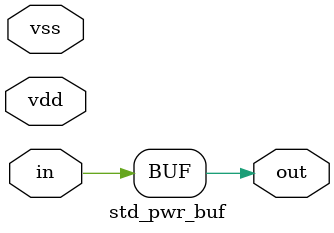
<source format=sv>

module std_pwr_buf #( parameter DW = 1) // width of data inputs
(
	input 	   vdd, // supply (set to 1 if valid)
	input 	   vss, // ground (set to 0 if valid)
	input [DW-1:0]  in, // input signal
	output [DW-1:0] out    // buffered output signal
);
   
`ifdef TARGET_SIM   
   assign out[DW-1:0] = ((vdd===1'b1) && (vss===1'b0)) ? in[DW-1:0] : {(DW){1'bX}};
`else
   assign out[DW-1:0] = in[DW-1:0];
`endif

   
endmodule // std_pwr_buf
</source>
